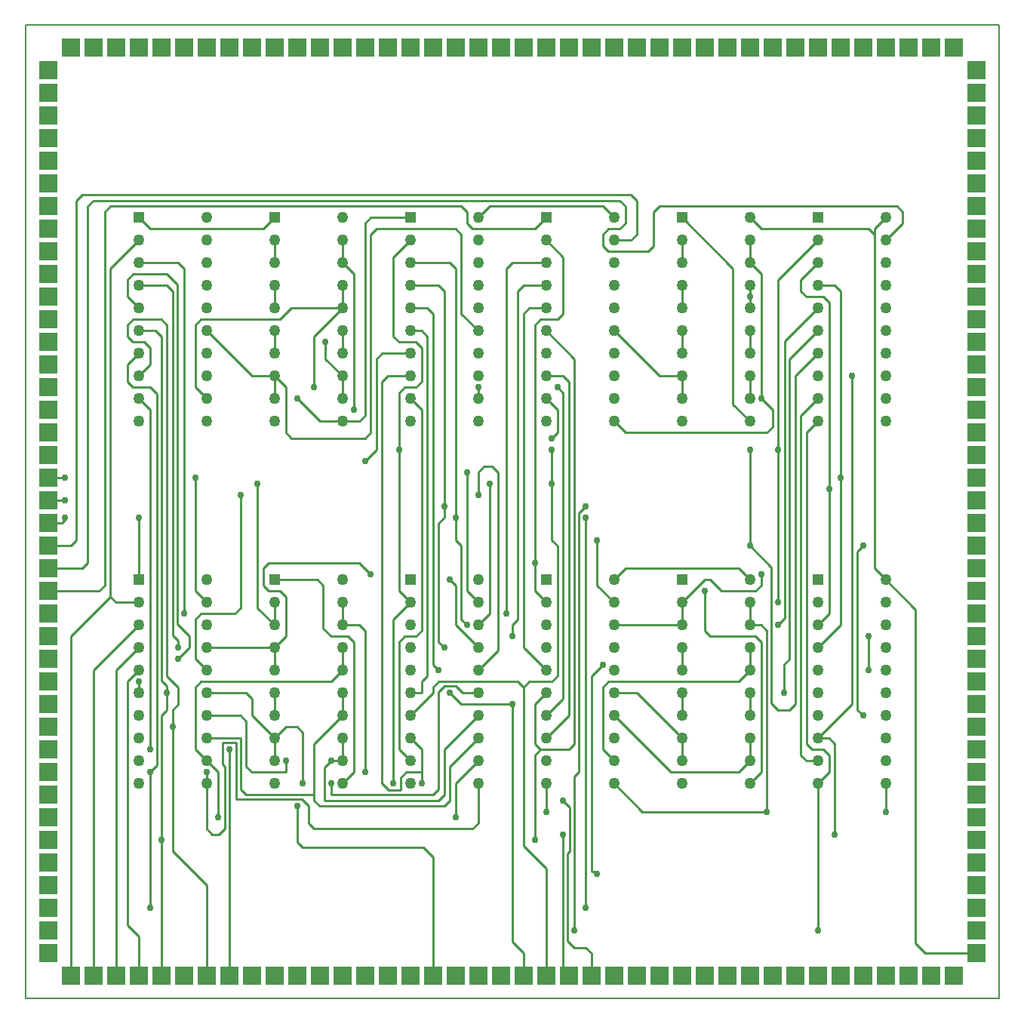
<source format=gbr>
G04 PROTEUS GERBER X2 FILE*
%TF.GenerationSoftware,Labcenter,Proteus,8.13-SP0-Build31525*%
%TF.CreationDate,2022-07-18T16:44:16+00:00*%
%TF.FileFunction,Copper,L2,Bot*%
%TF.FilePolarity,Positive*%
%TF.Part,Single*%
%TF.SameCoordinates,{5cd33fac-9818-4aa8-8d23-16ed7fe0303d}*%
%FSLAX45Y45*%
%MOMM*%
G01*
%TA.AperFunction,Conductor*%
%ADD10C,0.254000*%
%TA.AperFunction,ViaPad*%
%ADD11C,0.762000*%
%TA.AperFunction,ComponentPad*%
%ADD12R,2.032000X2.032000*%
%TA.AperFunction,ComponentPad*%
%ADD13R,1.270000X1.270000*%
%ADD14C,1.270000*%
%TA.AperFunction,Profile*%
%ADD15C,0.203200*%
%TD.AperFunction*%
D10*
X-254000Y+63500D02*
X-254000Y-1396999D01*
X-381000Y-1524000D01*
X-381000Y-1523999D01*
X-2667000Y-1524000D02*
X-2857500Y-1333500D01*
X-2857500Y+63500D01*
X-2667000Y-1524000D02*
X-2667000Y-1270000D01*
X-2667000Y-1778000D02*
X-2540000Y-1651000D01*
X-2540000Y-1206500D01*
X-2603500Y-1143000D01*
X-2730500Y-1143000D01*
X-2794000Y-1079500D01*
X-2794000Y-889000D01*
X-2730500Y-825500D01*
X-1714500Y-825500D01*
X-1587500Y-952500D01*
X-698500Y-1016000D02*
X-635000Y-1079500D01*
X-635000Y-1524000D01*
X-381000Y-1778000D01*
X-2667000Y-1778000D02*
X-3429000Y-1778000D01*
X-2667000Y-1778000D02*
X-2667000Y-1905000D01*
X-2667000Y-2032000D01*
X-3429000Y-2032000D02*
X-3556000Y-1905000D01*
X-3556000Y-1460500D01*
X-3492500Y-1397000D01*
X-3111500Y-1397000D01*
X-3048000Y-1333500D01*
X-3048000Y-63500D01*
X-381000Y-63500D02*
X-381000Y+190500D01*
X-317500Y+254000D01*
X-222250Y+254000D01*
X-158750Y+190500D01*
X-158750Y-1809750D01*
X-381000Y-2032000D01*
X-2667000Y-2286000D02*
X-2667000Y-2413000D01*
X-2667000Y-2540000D01*
X-2667000Y-2794000D02*
X-2921000Y-2540000D01*
X-2921000Y-2349500D01*
X-2984500Y-2286000D01*
X-3429000Y-2286000D01*
X-2667000Y-2794000D02*
X-2540000Y-2667000D01*
X-2413000Y-2667000D01*
X-2349500Y-2730500D01*
X-2349500Y-3302000D01*
X-2032000Y-3302000D02*
X-2032000Y-3429000D01*
X-889000Y-3429000D01*
X-825500Y-3365500D01*
X-825500Y-2273300D01*
X-762000Y-2209800D01*
X-635000Y-2209800D01*
X-558800Y-2286000D01*
X-381000Y-2286000D01*
X-2667000Y-2794000D02*
X-2667000Y-3048000D01*
X-1905000Y-3048000D02*
X-2032000Y-3048000D01*
X-2540000Y-3048000D02*
X-2540000Y-3175000D01*
X-2921000Y-3175000D01*
X-2984500Y-3111500D01*
X-2984500Y-2603500D01*
X-3048000Y-2540000D01*
X-3429000Y-2540000D01*
X-2032000Y-3048000D02*
X-2108200Y-3124200D01*
X-2108200Y-3492500D01*
X-825500Y-3492500D01*
X-762000Y-3429000D01*
X-762000Y-2921000D01*
X-381000Y-2540000D01*
X-1905000Y-2921000D02*
X-1905000Y-2794000D01*
X-1905000Y-3048000D02*
X-1905000Y-2921000D01*
X-2222500Y-3429000D02*
X-2222500Y-3492500D01*
X-2159000Y-3556000D01*
X-762000Y-3556000D01*
X-698500Y-3492500D01*
X-698500Y-3111500D01*
X-381000Y-2794000D01*
X-2222500Y-3429000D02*
X-2984500Y-3429000D01*
X-3048000Y-3365500D01*
X-3048000Y-2794000D01*
X-3429000Y-2794000D01*
X-1905000Y-2540000D02*
X-2222500Y-2857500D01*
X-2222500Y-3429000D01*
X-1905000Y-2540000D02*
X-1905000Y-2286000D01*
X-1905000Y-2032000D02*
X-2032000Y-2159000D01*
X-3492500Y-2159000D01*
X-3556000Y-2222500D01*
X-3556000Y-2921000D01*
X-3429000Y-3048000D01*
X-635000Y-3683000D02*
X-635000Y-3302000D01*
X-381000Y-3048000D01*
X-3429000Y-3048000D02*
X-3302000Y-3175000D01*
X-3302000Y-3683000D01*
X-1905000Y-1905000D02*
X-1905000Y-1778000D01*
X-1905000Y-2032000D02*
X-1905000Y-1905000D01*
X-1905000Y-1524000D02*
X-1714501Y-1523999D01*
X-1651000Y-1587500D01*
X-1651000Y-3175000D01*
X-3429000Y-3302000D02*
X-3429000Y-3175000D01*
X-3429000Y-3302000D02*
X-3429000Y-3810000D01*
X-3365500Y-3873500D01*
X-3289300Y-3873500D01*
X-3225800Y-3810000D01*
X-3225800Y-3111500D01*
X-3251200Y-3086100D01*
X-3251200Y-2844800D01*
X-3098800Y-2844800D01*
X-3098800Y-3479800D01*
X-2362200Y-3479800D01*
X-2286000Y-3556000D01*
X-2286000Y-3746500D01*
X-2222500Y-3810000D01*
X-444500Y-3810000D01*
X-381000Y-3746500D01*
X-381000Y-3302000D01*
X-1905000Y-1523999D02*
X-1905000Y-1524000D01*
X-1905000Y-1270000D01*
X-1905000Y-1269999D01*
X-2667000Y+2540000D02*
X-2667000Y+2794000D01*
X-2667000Y+2286000D02*
X-2667000Y+2159000D01*
X-2667000Y+2032000D02*
X-2667000Y+2159000D01*
X-2667000Y+1778000D02*
X-2667000Y+1524000D01*
X-2667000Y+1270000D02*
X-2540000Y+1143000D01*
X-2540000Y+635000D01*
X-2476500Y+571500D01*
X-1651000Y+571500D01*
X-1587500Y+635000D01*
X-1587500Y+2857500D01*
X-1524000Y+2921000D01*
X-635000Y+2921000D01*
X-571500Y+2857500D01*
X-571500Y+1968500D01*
X-381000Y+1778000D01*
X-2667000Y+1270000D02*
X-2921000Y+1270000D01*
X-3429000Y+1778000D01*
X-2667000Y+1270000D02*
X-2667000Y+1143000D01*
X-2667000Y+1016000D01*
X-1905000Y+1270000D02*
X-2095500Y+1460500D01*
X-2095500Y+1651000D01*
X-1905000Y+1270000D02*
X-1905000Y+1016000D01*
X-1905000Y+1524000D02*
X-1905000Y+1778000D01*
X-1905000Y+2032000D02*
X-2222500Y+1714500D01*
X-2222500Y+1143000D01*
X-381000Y+1143000D02*
X-381000Y+1016000D01*
X-1905000Y+2032000D02*
X-2476500Y+2032000D01*
X-2603500Y+1905000D01*
X-3492500Y+1905000D01*
X-3556000Y+1841500D01*
X-3556000Y+1143000D01*
X-3429000Y+1016000D01*
X-1905000Y+2032000D02*
X-1905000Y+2286000D01*
X-1905000Y+2540000D02*
X-1778000Y+2413001D01*
X-1778000Y+889000D01*
X-1905000Y+2540001D02*
X-1905000Y+2540000D01*
X-1905000Y+2794000D01*
X-1905000Y+2794001D01*
X+1905000Y+2540000D02*
X+1905000Y+2794000D01*
X+1905000Y+2286000D02*
X+1905000Y+2032000D01*
X+1905000Y+1778000D02*
X+1905000Y+1524000D01*
X+1905000Y+1270000D02*
X+1651000Y+1270000D01*
X+1143000Y+1778000D01*
X+1905000Y+1270000D02*
X+1905000Y+1016000D01*
X+2667000Y+1270000D02*
X+2667000Y+1016000D01*
X+2667000Y+1524000D02*
X+2667000Y+1778000D01*
X+2667000Y+2159000D02*
X+2667000Y+2286000D01*
X+2667000Y+2159000D02*
X+2667000Y+2032000D01*
X+2794000Y+1016000D02*
X+2921000Y+889000D01*
X+2921000Y+698500D01*
X+2857500Y+635000D01*
X+1270000Y+635000D01*
X+1143000Y+762000D01*
X+2667000Y+2540000D02*
X+2794000Y+2413001D01*
X+2794000Y+1016000D01*
X+2667000Y+2540001D02*
X+2667000Y+2540000D01*
X+2667000Y+2794000D01*
X+2667000Y+2794001D01*
X+1905000Y-1524000D02*
X+1651000Y-1524000D01*
X+1650999Y-1523999D01*
X+1143000Y-1524000D01*
X+1143000Y-1523999D01*
X+1905000Y-1270000D02*
X+2159000Y-1016000D01*
X+2222500Y-1016000D01*
X+2349500Y-1143000D01*
X+2730500Y-1143000D01*
X+2794000Y-1079500D01*
X+2794000Y-952500D01*
X+1905000Y-1270000D02*
X+1905000Y-1524000D01*
X+1905000Y-1778000D02*
X+1905000Y-2032000D01*
X+1905000Y-2286000D02*
X+1905000Y-2540000D01*
X+1905000Y-2794000D02*
X+1397000Y-2286000D01*
X+1143000Y-2286000D01*
X+1905000Y-2794000D02*
X+1905000Y-3048000D01*
X+2667000Y-3048000D02*
X+2540000Y-3175000D01*
X+1778000Y-3175000D01*
X+1143000Y-2540000D01*
X+2667000Y-3048000D02*
X+2667000Y-2794000D01*
X+2667000Y-2540000D02*
X+2667000Y-2286000D01*
X+2667000Y-2032000D02*
X+2540000Y-2159000D01*
X+1079500Y-2159000D01*
X+1016000Y-2222500D01*
X+1016000Y-2921000D01*
X+1143000Y-3048000D01*
X+2667000Y-2032000D02*
X+2667000Y-1778000D01*
X+2667000Y-1524000D02*
X+2793999Y-1523999D01*
X+2857500Y-1587500D01*
X+2857500Y-3429000D01*
X+2857500Y-3619500D02*
X+1460500Y-3619500D01*
X+1143000Y-3302000D01*
X+2857500Y-3429000D02*
X+2857500Y-3619500D01*
X+4191000Y-3619500D02*
X+4191000Y-3302000D01*
X+2667000Y-1523999D02*
X+2667000Y-1524000D01*
X+2667000Y-1270000D01*
X+2667000Y-1269999D01*
X-4508500Y-1206500D02*
X-4953000Y-1651000D01*
X-4953000Y-5461000D01*
X+254000Y-952500D02*
X+254000Y-825500D01*
X-4508500Y-1206500D02*
X-4508500Y+2476500D01*
X-4191000Y+2794000D01*
X+254000Y-825500D02*
X+254000Y+1841500D01*
X+317500Y+1905000D01*
X+508000Y+1905000D01*
X+571500Y+1968500D01*
X+571500Y+2603500D01*
X+381000Y+2794000D01*
X+254000Y-952500D02*
X+254000Y-1143000D01*
X+381000Y-1270000D01*
X-4191000Y-1270000D02*
X-4445000Y-1270000D01*
X-4508500Y-1206500D01*
X-4191000Y-1524000D02*
X-4699000Y-2032000D01*
X-4699000Y-5461000D01*
X-3683000Y-1397000D02*
X-3683000Y+2476500D01*
X-3746500Y+2540000D01*
X-4191000Y+2540000D01*
X-63500Y-1397000D02*
X-63500Y+2476500D01*
X+0Y+2540000D01*
X+381000Y+2540000D01*
X-3746500Y-1778000D02*
X-3746500Y-1701800D01*
X-3810000Y-1638300D01*
X-3810000Y+2222500D01*
X-3873500Y+2286000D01*
X-4191000Y+2286000D01*
X+0Y-1651000D02*
X+0Y-1524000D01*
X+63500Y-1460500D01*
X+63500Y+2222500D01*
X+127000Y+2286000D01*
X+381000Y+2286000D01*
X-4191000Y-1778000D02*
X-4445000Y-2032000D01*
X-4445000Y-5461000D01*
X-3746500Y-1905000D02*
X-3619500Y-1778000D01*
X-3619500Y-1651000D01*
X-3759200Y-1511300D01*
X-3759200Y+2298700D01*
X-3873500Y+2413000D01*
X-4254500Y+2413000D01*
X-4318000Y+2349500D01*
X-4318000Y+2159000D01*
X-4191000Y+2032000D01*
X+381000Y-2032000D02*
X+127000Y-1778000D01*
X+127000Y+1968500D01*
X+190500Y+2032000D01*
X+381000Y+2032000D01*
X-4191000Y-2032000D02*
X-4318000Y-2159000D01*
X-4318000Y-4889500D01*
X-4191000Y-5016500D01*
X-4191000Y-5461000D01*
X-3873500Y-2286000D02*
X-3873500Y-2209800D01*
X-3937000Y-2146300D01*
X-3937000Y+1714500D01*
X-4000500Y+1778000D01*
X-4191000Y+1778000D01*
X+317500Y-2921000D02*
X+635000Y-2921000D01*
X+698500Y-2857500D01*
X+698500Y+1460500D01*
X+381000Y+1778000D01*
X+317500Y-2921000D02*
X+254000Y-2857500D01*
X+254000Y-2413000D01*
X+381000Y-2286000D01*
X-3937000Y-3937000D02*
X-3937000Y-5461000D01*
X+317500Y-2921000D02*
X+254000Y-2984500D01*
X+254000Y-3937000D01*
X-3873500Y-2286000D02*
X-3873500Y-2476500D01*
X-3937000Y-2540000D01*
X-3937000Y-3937000D01*
X-4191000Y-2159000D02*
X-4191000Y-2286000D01*
X-4064000Y-3175000D02*
X-4064000Y-4699000D01*
X-4064000Y-3175000D02*
X-3987800Y-3098800D01*
X-3987800Y+1066800D01*
X-4064000Y+1143000D01*
X-4254500Y+1143000D01*
X-4318000Y+1206500D01*
X-4318000Y+1397000D01*
X-4191000Y+1524000D01*
X+381000Y-2540000D02*
X+571500Y-2349500D01*
X+571500Y+1079500D01*
X+508000Y+1143000D01*
X-3746500Y-2413000D02*
X-3746500Y-2222500D01*
X-3873500Y-2095500D01*
X-3873500Y+1841500D01*
X-3937000Y+1905000D01*
X-4254500Y+1905000D01*
X-4318000Y+1841500D01*
X-4318000Y+1714500D01*
X-4254500Y+1651000D01*
X-4127500Y+1651000D01*
X-4064000Y+1587500D01*
X-4064000Y+1397000D01*
X-4191000Y+1270000D01*
X-3810000Y-2667000D02*
X-3810000Y-4064000D01*
X-3429000Y-4445000D01*
X-3429000Y-5461000D01*
X-3810000Y-2667000D02*
X-3810000Y-2476500D01*
X-3746500Y-2413000D01*
X+381000Y-2794000D02*
X+635000Y-2540000D01*
X+635000Y+1206500D01*
X+571500Y+1270000D01*
X+381000Y+1270000D01*
X-4191000Y+1016000D02*
X-4064000Y+889000D01*
X-4064000Y-2921000D01*
X-3175000Y-2921000D02*
X-3175000Y-5461000D01*
X+444500Y+571500D02*
X+508000Y+635000D01*
X+508000Y+889000D01*
X+381000Y+1016000D01*
X+2984500Y+444500D02*
X+2984500Y+2349500D01*
X+3429000Y+2794000D01*
X+2984500Y+317500D02*
X+2984500Y+444500D01*
X-1270000Y+444500D02*
X-1270000Y+1079500D01*
X-1206500Y+1143000D01*
X-1079500Y+1143000D01*
X-1016000Y+1206500D01*
X-1016000Y+1587500D01*
X-1079500Y+1651000D01*
X-1270000Y+1651000D01*
X-1333500Y+1714500D01*
X-1333500Y+2603500D01*
X-1143000Y+2794000D01*
X-1143000Y-1270000D02*
X-1333500Y-1460500D01*
X-1333500Y-3302000D01*
X-2413000Y-3556000D02*
X-2413000Y-3955199D01*
X-2349500Y-4018699D01*
X-997801Y-4018699D01*
X-889000Y-4127500D01*
X-889000Y-5461000D01*
X-1143000Y-1270000D02*
X-1270000Y-1143000D01*
X-1270000Y+444500D01*
X+2984500Y+317500D02*
X+2984500Y-1270000D01*
X-635000Y-317500D02*
X-635000Y+2476500D01*
X-698500Y+2540000D01*
X-1143000Y+2540000D01*
X+3556000Y-317500D02*
X+3556000Y-1397000D01*
X+3429000Y-1524000D01*
X+3556000Y-317500D02*
X+3556000Y+0D01*
X+825500Y-317500D02*
X+825500Y-4699000D01*
X-635000Y-317500D02*
X-635000Y-571500D01*
X-571500Y-635000D01*
X-571500Y-1460500D01*
X-508000Y-1524000D01*
X+3556000Y+0D02*
X+3556000Y+2095500D01*
X+3492500Y+2159000D01*
X+3302000Y+2159000D01*
X+3238500Y+2222500D01*
X+3238500Y+2349500D01*
X+3429000Y+2540000D01*
X-762000Y-190500D02*
X-762000Y+2222500D01*
X-825500Y+2286000D01*
X-1143000Y+2286000D01*
X+3683000Y-190500D02*
X+3683000Y-1524000D01*
X+3429000Y-1778000D01*
X+3683000Y-190500D02*
X+3683000Y+127000D01*
X+3683000Y+2222500D01*
X+3619500Y+2286000D01*
X+3429000Y+2286000D01*
X-762000Y-190500D02*
X-762000Y-317500D01*
X-825500Y-381000D01*
X-825500Y-1714500D01*
X-762000Y-1778000D01*
X+825500Y-190500D02*
X+749300Y-266700D01*
X+749300Y-3175000D01*
X+698500Y-3225800D01*
X+698500Y-4953000D01*
X+2984500Y-1524000D02*
X+3060700Y-1447800D01*
X+3060700Y+1663700D01*
X+3429000Y+2032000D01*
X-825500Y-2032000D02*
X-889000Y-1968500D01*
X-889000Y+1968500D01*
X-952500Y+2032000D01*
X-1143000Y+2032000D01*
X+1016000Y-1968500D02*
X+889000Y-2095500D01*
X+889000Y-4292403D01*
X+926903Y-4292403D01*
X+952500Y-4318000D01*
X+4000500Y-1651000D02*
X+4000500Y-2032000D01*
X+3048000Y-2286000D02*
X+3048000Y-1968500D01*
X+3111500Y-1905000D01*
X+3111500Y+1460500D01*
X+3429000Y+1778000D01*
X-1016000Y-2159000D02*
X-952500Y-2095500D01*
X-952500Y+1714500D01*
X-1016000Y+1778000D01*
X-1143000Y+1778000D01*
X-127000Y-2413000D02*
X+0Y-2413000D01*
X-127000Y-2413000D02*
X-571500Y-2413000D01*
X-698500Y-2286000D01*
X-1143000Y-2286000D02*
X-1016000Y-2286000D01*
X-1016000Y-2159000D01*
X+0Y-2413000D02*
X+0Y-5080000D01*
X+127000Y-5207000D01*
X+127000Y-5461000D01*
X+2667000Y-635000D02*
X+2908300Y-876300D01*
X+2908300Y-2400300D01*
X+2984500Y-2476500D01*
X+3111500Y-2476500D01*
X+3175000Y-2413000D01*
X+3175000Y+1270000D01*
X+3429000Y+1524000D01*
X+127000Y-2222500D02*
X+127000Y-4000500D01*
X+381000Y-4254500D01*
X+381000Y-5461000D01*
X+127000Y-2222500D02*
X+190500Y-2159000D01*
X+444500Y-2159000D01*
X+508000Y-2095500D01*
X+508000Y-635000D01*
X+444500Y-571500D01*
X+444500Y+63500D01*
X-1651000Y+317500D02*
X-1524000Y+444500D01*
X-1524000Y+1460500D01*
X-1460500Y+1524000D01*
X-1143000Y+1524000D01*
X+444500Y+444500D02*
X+444500Y+63500D01*
X+127000Y-2222500D02*
X+63500Y-2159000D01*
X-825500Y-2159000D01*
X-889000Y-2222500D01*
X-889000Y-2286000D01*
X-1143000Y-2540000D01*
X+2667000Y-635000D02*
X+2667000Y+444500D01*
X+3937000Y-635000D02*
X+3873500Y-698500D01*
X+3873500Y-2476500D01*
X+3937000Y-2540000D01*
X-1016000Y-3175000D02*
X-1187450Y-3175000D01*
X-1250950Y-3238500D01*
X-1250950Y-3378200D01*
X-1384300Y-3378200D01*
X-1460500Y-3302000D01*
X-1460500Y+1206500D01*
X-1397000Y+1270000D01*
X-1143000Y+1270000D01*
X-1016000Y-3175000D02*
X-1016000Y-2921000D01*
X-1143000Y-2794000D01*
X-1016000Y-3302000D02*
X-1016000Y-3175000D01*
X+571500Y-3873500D02*
X+571500Y-5397500D01*
X+635000Y-5461000D01*
X+3429000Y-2794000D02*
X+3556000Y-2794000D01*
X+3619500Y-2857500D01*
X+3619500Y-3873500D01*
X+3429000Y-2794000D02*
X+3810000Y-2413000D01*
X+3810000Y+1270000D01*
X+571500Y-3492500D02*
X+647700Y-3568700D01*
X+647700Y-4064000D01*
X+622300Y-4089400D01*
X+622300Y-5067300D01*
X+698500Y-5143500D01*
X+825500Y-5143500D01*
X+889000Y-5207000D01*
X+889000Y-5461000D01*
X+3429000Y-3048000D02*
X+3302000Y-3048000D01*
X+3238500Y-2984500D01*
X+3238500Y+825500D01*
X+3429000Y+1016000D01*
X-1143000Y-3048000D02*
X-1270000Y-2921000D01*
X-1270000Y-1714500D01*
X-1206500Y-1651000D01*
X-1079500Y-1651000D01*
X-1016000Y-1587500D01*
X-1016000Y+889000D01*
X-1143000Y+1016000D01*
X+3429000Y+762000D02*
X+3302000Y+635000D01*
X+3302000Y-2857500D01*
X+3365500Y-2921000D01*
X+3492500Y-2921000D01*
X+3556000Y-2984500D01*
X+3556000Y-3175000D01*
X+3429000Y-3302000D01*
X+3429000Y-4953000D01*
X+381000Y-3302000D02*
X+381000Y-3619500D01*
X-1143000Y+3048000D02*
X-1587500Y+3048000D01*
X-1651000Y+2984500D01*
X-1651000Y+825500D01*
X-1714500Y+762000D01*
X-1905000Y+762000D01*
X-2159000Y+762000D01*
X-2413000Y+1016000D01*
X-2667000Y+3048000D02*
X-2794000Y+2921000D01*
X-4064000Y+2921000D01*
X-4191000Y+3048000D01*
X-3556000Y+127000D02*
X-3556000Y-1142999D01*
X-3429000Y-1270000D01*
X-3429000Y-1269999D01*
X-5016500Y+127000D02*
X-5207000Y+127000D01*
X-508000Y+190500D02*
X-508000Y-1142999D01*
X-381000Y-1270000D01*
X-381000Y-1269999D01*
X-5016500Y-127000D02*
X-5207000Y-127000D01*
X-2667000Y-1016000D02*
X-2181723Y-1016000D01*
X-2118223Y-1079500D01*
X-2118223Y-1564777D01*
X-2032000Y-1651000D01*
X-1841500Y-1651000D01*
X-1778000Y-1714500D01*
X-1778000Y-3175000D01*
X-1905000Y-3302000D01*
X-4191000Y-1016000D02*
X-4191000Y-317500D01*
X-5016500Y-317500D02*
X-5016500Y-342900D01*
X-5054600Y-381000D01*
X-5207000Y-381000D01*
X+1143000Y+2794001D02*
X+1143000Y+2794000D01*
X+1333500Y+2794001D01*
X+1397000Y+2857501D01*
X+1397000Y+3238500D01*
X+1333500Y+3302000D01*
X-4826000Y+3302000D01*
X-4889500Y+3238500D01*
X-4889500Y-571500D01*
X-4953000Y-635000D01*
X-5207000Y-635000D01*
X+4191000Y+2794001D02*
X+4191000Y+2794000D01*
X+4381500Y+2984501D01*
X+4381500Y+3111500D01*
X+4318000Y+3175000D01*
X+1651000Y+3175000D01*
X+1587500Y+3111500D01*
X+1587500Y+2730500D01*
X+1524000Y+2667000D01*
X+1079500Y+2667000D01*
X+1016000Y+2730500D01*
X+1016000Y+2857500D01*
X+1079500Y+2921000D01*
X+1206500Y+2921000D01*
X+1270000Y+2984500D01*
X+1270000Y+3175000D01*
X+1206500Y+3238500D01*
X-4699000Y+3238500D01*
X-4762500Y+3175000D01*
X-4762500Y-825500D01*
X-4826000Y-889000D01*
X-5207000Y-889000D01*
X+381000Y+3048000D02*
X+254000Y+2921000D01*
X-444500Y+2921000D01*
X-508000Y+2984500D01*
X-508000Y+3111500D01*
X-571500Y+3175000D01*
X-4508500Y+3175000D01*
X-4572000Y+3111500D01*
X-4572000Y-1079500D01*
X-4635500Y-1143000D01*
X-5207000Y-1143000D01*
X+1905000Y+3048000D02*
X+2476500Y+2476500D01*
X+2476500Y+952500D01*
X+2667000Y+762000D01*
X+952500Y-571500D02*
X+952500Y-1079499D01*
X+1143000Y-1270000D01*
X+1143000Y-1269999D01*
X+2159000Y-1143000D02*
X+2159000Y-1587500D01*
X+2222500Y-1651000D01*
X+2730500Y-1651000D01*
X+2794000Y-1714500D01*
X+2794000Y-3175000D01*
X+2667000Y-3302000D01*
X+4191000Y-1016000D02*
X+4523940Y-1348940D01*
X+4523940Y-5095440D01*
X+4635500Y-5207000D01*
X+5207000Y-5207000D01*
X+4191000Y-1016000D02*
X+4064000Y-889000D01*
X+4064000Y+2857500D01*
X+2667000Y+3048000D02*
X+2794000Y+2921000D01*
X+4000500Y+2921000D01*
X+4064000Y+2857500D01*
X+4064000Y+2921000D01*
X+4191000Y+3048000D01*
X+2667000Y-1016000D02*
X+2540000Y-889000D01*
X+1270000Y-889000D01*
X+1143000Y-1016000D01*
X-381000Y+3048000D02*
X-254000Y+3175000D01*
X+1016000Y+3175000D01*
X+1143000Y+3048000D01*
D11*
X-254000Y+63500D03*
X-2857500Y+63500D03*
X-1587500Y-952500D03*
X-698500Y-1016000D03*
X-3048000Y-63500D03*
X-381000Y-63500D03*
X-2349500Y-3302000D03*
X-2032000Y-3302000D03*
X-2540000Y-3048000D03*
X-2032000Y-3048000D03*
X-635000Y-3683000D03*
X-3302000Y-3683000D03*
X-1651000Y-3175000D03*
X-3429000Y-3175000D03*
X-2095500Y+1651000D03*
X-2222500Y+1143000D03*
X-381000Y+1143000D03*
X-1778000Y+889000D03*
X+2667000Y+2159000D03*
X+2794000Y+1016000D03*
X+2794000Y-952500D03*
X+2857500Y-3619500D03*
X+4191000Y-3619500D03*
X+254000Y-825500D03*
X-3683000Y-1397000D03*
X-63500Y-1397000D03*
X-3746500Y-1778000D03*
X+0Y-1651000D03*
X-3746500Y-1905000D03*
X+254000Y-3937000D03*
X-3937000Y-3937000D03*
X-3873500Y-2286000D03*
X-4191000Y-2159000D03*
X-4064000Y-4699000D03*
X-4064000Y-3175000D03*
X+508000Y+1143000D03*
X-3810000Y-2667000D03*
X+444500Y+571500D03*
X-3175000Y-2921000D03*
X-4064000Y-2921000D03*
X+2984500Y+444500D03*
X-1333500Y-3302000D03*
X-2413000Y-3556000D03*
X+2984500Y-1270000D03*
X-1270000Y+444500D03*
X+3556000Y+0D03*
X+825500Y-4699000D03*
X-508000Y-1524000D03*
X+825500Y-317500D03*
X-635000Y-317500D03*
X+3683000Y+127000D03*
X-762000Y-1778000D03*
X+698500Y-4953000D03*
X-762000Y-190500D03*
X+825500Y-190500D03*
X+952500Y-4318000D03*
X+4000500Y-2032000D03*
X+4000500Y-1651000D03*
X+2984500Y-1524000D03*
X-825500Y-2032000D03*
X+1016000Y-1968500D03*
X+0Y-2413000D03*
X-698500Y-2286000D03*
X+3048000Y-2286000D03*
X-1651000Y+317500D03*
X+444500Y+63500D03*
X+2667000Y+444500D03*
X+444500Y+444500D03*
X+3937000Y-2540000D03*
X+3937000Y-635000D03*
X+2667000Y-635000D03*
X+571500Y-3873500D03*
X+3619500Y-3873500D03*
X-1016000Y-3302000D03*
X+3810000Y+1270000D03*
X+571500Y-3492500D03*
X+3429000Y-4953000D03*
X+381000Y-3619500D03*
X-2413000Y+1016000D03*
X-3556000Y+127000D03*
X-5016500Y+127000D03*
X-508000Y+190500D03*
X-5016500Y-127000D03*
X-4191000Y-317500D03*
X-5016500Y-317500D03*
X+952500Y-571500D03*
X+2159000Y-1143000D03*
D12*
X-2921000Y+4953000D03*
X-2667000Y+4953000D03*
X-2413000Y+4953000D03*
X-2159000Y+4953000D03*
X-1905000Y+4953000D03*
X-1651000Y+4953000D03*
X-1397000Y+4953000D03*
X-1143000Y+4953000D03*
X-889000Y+4953000D03*
X-635000Y+4953000D03*
X-381000Y+4953000D03*
X-127000Y+4953000D03*
X+127000Y+4953000D03*
X+381000Y+4953000D03*
X+635000Y+4953000D03*
X+889000Y+4953000D03*
X+1143000Y+4953000D03*
X+1397000Y+4953000D03*
X+1651000Y+4953000D03*
X+1905000Y+4953000D03*
X+2159000Y+4953000D03*
X+2413000Y+4953000D03*
X+2667000Y+4953000D03*
X+2921000Y+4953000D03*
X+3175000Y+4953000D03*
X+3429000Y+4953000D03*
X+3683000Y+4953000D03*
X+3937000Y+4953000D03*
X+4191000Y+4953000D03*
X+4445000Y+4953000D03*
X+4699000Y+4953000D03*
X+4953000Y+4953000D03*
X-4953000Y+4953000D03*
X-4699000Y+4953000D03*
X-4445000Y+4953000D03*
X-4191000Y+4953000D03*
X-3937000Y+4953000D03*
X-3683000Y+4953000D03*
X-3429000Y+4953000D03*
X-3175000Y+4953000D03*
X-4953000Y-5461000D03*
X-4699000Y-5461000D03*
X-4445000Y-5461000D03*
X-4191000Y-5461000D03*
X-3937000Y-5461000D03*
X-3683000Y-5461000D03*
X-3429000Y-5461000D03*
X-3175000Y-5461000D03*
X-2921000Y-5461000D03*
X-2667000Y-5461000D03*
X-2413000Y-5461000D03*
X-2159000Y-5461000D03*
X-1905000Y-5461000D03*
X-1651000Y-5461000D03*
X-1397000Y-5461000D03*
X-1143000Y-5461000D03*
X-889000Y-5461000D03*
X-635000Y-5461000D03*
X-381000Y-5461000D03*
X-127000Y-5461000D03*
X+127000Y-5461000D03*
X+381000Y-5461000D03*
X+635000Y-5461000D03*
X+889000Y-5461000D03*
X+1143000Y-5461000D03*
X+1397000Y-5461000D03*
X+1651000Y-5461000D03*
X+1905000Y-5461000D03*
X+2159000Y-5461000D03*
X+2413000Y-5461000D03*
X+2667000Y-5461000D03*
X+2921000Y-5461000D03*
X+3175000Y-5461000D03*
X+3429000Y-5461000D03*
X+3683000Y-5461000D03*
X+3937000Y-5461000D03*
X+4191000Y-5461000D03*
X+4445000Y-5461000D03*
X+4699000Y-5461000D03*
X+4953000Y-5461000D03*
X-5207000Y+4699000D03*
X-5207000Y+4445000D03*
X-5207000Y+4191000D03*
X-5207000Y+3937000D03*
X-5207000Y+3683000D03*
X-5207000Y+3429000D03*
X-5207000Y+3175000D03*
X-5207000Y+2921000D03*
X-5207000Y+2667000D03*
X-5207000Y+2413000D03*
X-5207000Y+2159000D03*
X-5207000Y+1905000D03*
X-5207000Y+1651000D03*
X-5207000Y+1397000D03*
X-5207000Y+1143000D03*
X-5207000Y+889000D03*
X-5207000Y+635000D03*
X-5207000Y+381000D03*
X-5207000Y+127000D03*
X-5207000Y-127000D03*
X-5207000Y-381000D03*
X-5207000Y-635000D03*
X-5207000Y-889000D03*
X-5207000Y-1143000D03*
X-5207000Y-1397000D03*
X-5207000Y-1651000D03*
X-5207000Y-1905000D03*
X-5207000Y-2159000D03*
X-5207000Y-2413000D03*
X-5207000Y-2667000D03*
X-5207000Y-2921000D03*
X-5207000Y-3175000D03*
X-5207000Y-3429000D03*
X-5207000Y-3683000D03*
X-5207000Y-3937000D03*
X-5207000Y-4191000D03*
X-5207000Y-4445000D03*
X-5207000Y-4699000D03*
X-5207000Y-4953000D03*
X-5207000Y-5207000D03*
X+5207000Y+4699000D03*
X+5207000Y+4445000D03*
X+5207000Y+4191000D03*
X+5207000Y+3937000D03*
X+5207000Y+3683000D03*
X+5207000Y+3429000D03*
X+5207000Y+3175000D03*
X+5207000Y+2921000D03*
X+5207000Y+2667000D03*
X+5207000Y+2413000D03*
X+5207000Y+2159000D03*
X+5207000Y+1905000D03*
X+5207000Y+1651000D03*
X+5207000Y+1397000D03*
X+5207000Y+1143000D03*
X+5207000Y+889000D03*
X+5207000Y+635000D03*
X+5207000Y+381000D03*
X+5207000Y+127000D03*
X+5207000Y-127000D03*
X+5207000Y-381000D03*
X+5207000Y-635000D03*
X+5207000Y-889000D03*
X+5207000Y-1143000D03*
X+5207000Y-1397000D03*
X+5207000Y-1651000D03*
X+5207000Y-1905000D03*
X+5207000Y-2159000D03*
X+5207000Y-2413000D03*
X+5207000Y-2667000D03*
X+5207000Y-2921000D03*
X+5207000Y-3175000D03*
X+5207000Y-3429000D03*
X+5207000Y-3683000D03*
X+5207000Y-3937000D03*
X+5207000Y-4191000D03*
X+5207000Y-4445000D03*
X+5207000Y-4699000D03*
X+5207000Y-4953000D03*
X+5207000Y-5207000D03*
D13*
X-4191000Y+3048000D03*
D14*
X-4191000Y+2794000D03*
X-4191000Y+2540000D03*
X-4191000Y+2286000D03*
X-4191000Y+2032000D03*
X-4191000Y+1778000D03*
X-4191000Y+1524000D03*
X-4191000Y+1270000D03*
X-4191000Y+1016000D03*
X-4191000Y+762000D03*
X-3429000Y+762000D03*
X-3429000Y+1016000D03*
X-3429000Y+1270000D03*
X-3429000Y+1524000D03*
X-3429000Y+1778000D03*
X-3429000Y+2032000D03*
X-3429000Y+2286000D03*
X-3429000Y+2540000D03*
X-3429000Y+2794000D03*
X-3429000Y+3048000D03*
D13*
X-1143000Y+3048000D03*
D14*
X-1143000Y+2794000D03*
X-1143000Y+2540000D03*
X-1143000Y+2286000D03*
X-1143000Y+2032000D03*
X-1143000Y+1778000D03*
X-1143000Y+1524000D03*
X-1143000Y+1270000D03*
X-1143000Y+1016000D03*
X-1143000Y+762000D03*
X-381000Y+762000D03*
X-381000Y+1016000D03*
X-381000Y+1270000D03*
X-381000Y+1524000D03*
X-381000Y+1778000D03*
X-381000Y+2032000D03*
X-381000Y+2286000D03*
X-381000Y+2540000D03*
X-381000Y+2794000D03*
X-381000Y+3048000D03*
D13*
X-2667000Y+3048000D03*
D14*
X-2667000Y+2794000D03*
X-2667000Y+2540000D03*
X-2667000Y+2286000D03*
X-2667000Y+2032000D03*
X-2667000Y+1778000D03*
X-2667000Y+1524000D03*
X-2667000Y+1270000D03*
X-2667000Y+1016000D03*
X-2667000Y+762000D03*
X-1905000Y+762000D03*
X-1905000Y+1016000D03*
X-1905000Y+1270000D03*
X-1905000Y+1524000D03*
X-1905000Y+1778000D03*
X-1905000Y+2032000D03*
X-1905000Y+2286000D03*
X-1905000Y+2540000D03*
X-1905000Y+2794000D03*
X-1905000Y+3048000D03*
D13*
X-2667000Y-1016000D03*
D14*
X-2667000Y-1270000D03*
X-2667000Y-1524000D03*
X-2667000Y-1778000D03*
X-2667000Y-2032000D03*
X-2667000Y-2286000D03*
X-2667000Y-2540000D03*
X-2667000Y-2794000D03*
X-2667000Y-3048000D03*
X-2667000Y-3302000D03*
X-1905000Y-3302000D03*
X-1905000Y-3048000D03*
X-1905000Y-2794000D03*
X-1905000Y-2540000D03*
X-1905000Y-2286000D03*
X-1905000Y-2032000D03*
X-1905000Y-1778000D03*
X-1905000Y-1524000D03*
X-1905000Y-1270000D03*
X-1905000Y-1016000D03*
D13*
X-4191000Y-1016000D03*
D14*
X-4191000Y-1270000D03*
X-4191000Y-1524000D03*
X-4191000Y-1778000D03*
X-4191000Y-2032000D03*
X-4191000Y-2286000D03*
X-4191000Y-2540000D03*
X-4191000Y-2794000D03*
X-4191000Y-3048000D03*
X-4191000Y-3302000D03*
X-3429000Y-3302000D03*
X-3429000Y-3048000D03*
X-3429000Y-2794000D03*
X-3429000Y-2540000D03*
X-3429000Y-2286000D03*
X-3429000Y-2032000D03*
X-3429000Y-1778000D03*
X-3429000Y-1524000D03*
X-3429000Y-1270000D03*
X-3429000Y-1016000D03*
D13*
X-1143000Y-1016000D03*
D14*
X-1143000Y-1270000D03*
X-1143000Y-1524000D03*
X-1143000Y-1778000D03*
X-1143000Y-2032000D03*
X-1143000Y-2286000D03*
X-1143000Y-2540000D03*
X-1143000Y-2794000D03*
X-1143000Y-3048000D03*
X-1143000Y-3302000D03*
X-381000Y-3302000D03*
X-381000Y-3048000D03*
X-381000Y-2794000D03*
X-381000Y-2540000D03*
X-381000Y-2286000D03*
X-381000Y-2032000D03*
X-381000Y-1778000D03*
X-381000Y-1524000D03*
X-381000Y-1270000D03*
X-381000Y-1016000D03*
D13*
X+1905000Y+3048000D03*
D14*
X+1905000Y+2794000D03*
X+1905000Y+2540000D03*
X+1905000Y+2286000D03*
X+1905000Y+2032000D03*
X+1905000Y+1778000D03*
X+1905000Y+1524000D03*
X+1905000Y+1270000D03*
X+1905000Y+1016000D03*
X+1905000Y+762000D03*
X+2667000Y+762000D03*
X+2667000Y+1016000D03*
X+2667000Y+1270000D03*
X+2667000Y+1524000D03*
X+2667000Y+1778000D03*
X+2667000Y+2032000D03*
X+2667000Y+2286000D03*
X+2667000Y+2540000D03*
X+2667000Y+2794000D03*
X+2667000Y+3048000D03*
D13*
X+381000Y+3048000D03*
D14*
X+381000Y+2794000D03*
X+381000Y+2540000D03*
X+381000Y+2286000D03*
X+381000Y+2032000D03*
X+381000Y+1778000D03*
X+381000Y+1524000D03*
X+381000Y+1270000D03*
X+381000Y+1016000D03*
X+381000Y+762000D03*
X+1143000Y+762000D03*
X+1143000Y+1016000D03*
X+1143000Y+1270000D03*
X+1143000Y+1524000D03*
X+1143000Y+1778000D03*
X+1143000Y+2032000D03*
X+1143000Y+2286000D03*
X+1143000Y+2540000D03*
X+1143000Y+2794000D03*
X+1143000Y+3048000D03*
D13*
X+3429000Y+3048000D03*
D14*
X+3429000Y+2794000D03*
X+3429000Y+2540000D03*
X+3429000Y+2286000D03*
X+3429000Y+2032000D03*
X+3429000Y+1778000D03*
X+3429000Y+1524000D03*
X+3429000Y+1270000D03*
X+3429000Y+1016000D03*
X+3429000Y+762000D03*
X+4191000Y+762000D03*
X+4191000Y+1016000D03*
X+4191000Y+1270000D03*
X+4191000Y+1524000D03*
X+4191000Y+1778000D03*
X+4191000Y+2032000D03*
X+4191000Y+2286000D03*
X+4191000Y+2540000D03*
X+4191000Y+2794000D03*
X+4191000Y+3048000D03*
D13*
X+1905000Y-1016000D03*
D14*
X+1905000Y-1270000D03*
X+1905000Y-1524000D03*
X+1905000Y-1778000D03*
X+1905000Y-2032000D03*
X+1905000Y-2286000D03*
X+1905000Y-2540000D03*
X+1905000Y-2794000D03*
X+1905000Y-3048000D03*
X+1905000Y-3302000D03*
X+2667000Y-3302000D03*
X+2667000Y-3048000D03*
X+2667000Y-2794000D03*
X+2667000Y-2540000D03*
X+2667000Y-2286000D03*
X+2667000Y-2032000D03*
X+2667000Y-1778000D03*
X+2667000Y-1524000D03*
X+2667000Y-1270000D03*
X+2667000Y-1016000D03*
D13*
X+381000Y-1016000D03*
D14*
X+381000Y-1270000D03*
X+381000Y-1524000D03*
X+381000Y-1778000D03*
X+381000Y-2032000D03*
X+381000Y-2286000D03*
X+381000Y-2540000D03*
X+381000Y-2794000D03*
X+381000Y-3048000D03*
X+381000Y-3302000D03*
X+1143000Y-3302000D03*
X+1143000Y-3048000D03*
X+1143000Y-2794000D03*
X+1143000Y-2540000D03*
X+1143000Y-2286000D03*
X+1143000Y-2032000D03*
X+1143000Y-1778000D03*
X+1143000Y-1524000D03*
X+1143000Y-1270000D03*
X+1143000Y-1016000D03*
D13*
X+3429000Y-1016000D03*
D14*
X+3429000Y-1270000D03*
X+3429000Y-1524000D03*
X+3429000Y-1778000D03*
X+3429000Y-2032000D03*
X+3429000Y-2286000D03*
X+3429000Y-2540000D03*
X+3429000Y-2794000D03*
X+3429000Y-3048000D03*
X+3429000Y-3302000D03*
X+4191000Y-3302000D03*
X+4191000Y-3048000D03*
X+4191000Y-2794000D03*
X+4191000Y-2540000D03*
X+4191000Y-2286000D03*
X+4191000Y-2032000D03*
X+4191000Y-1778000D03*
X+4191000Y-1524000D03*
X+4191000Y-1270000D03*
X+4191000Y-1016000D03*
D15*
X-5461000Y-5715000D02*
X+5461000Y-5715000D01*
X+5461000Y+5207000D01*
X-5461000Y+5207000D01*
X-5461000Y-5715000D01*
M02*

</source>
